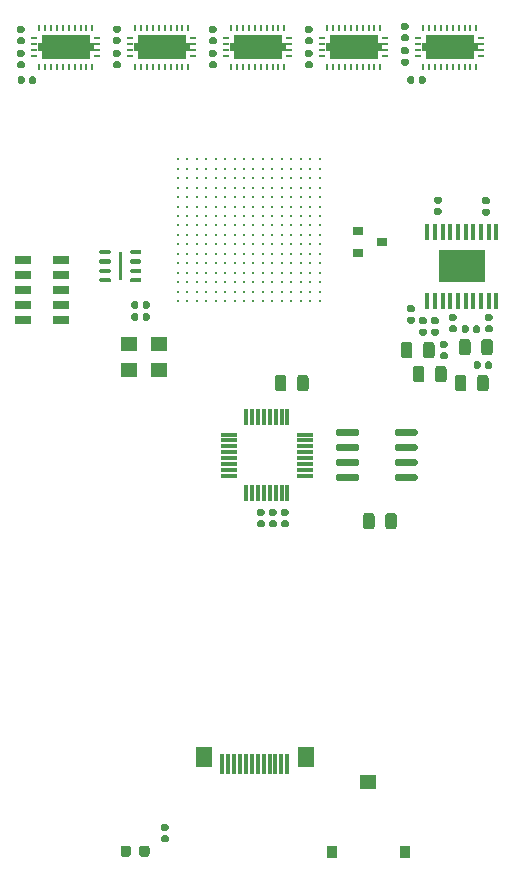
<source format=gbr>
%TF.GenerationSoftware,KiCad,Pcbnew,5.1.6*%
%TF.CreationDate,2021-05-06T17:12:19+02:00*%
%TF.ProjectId,nhci,6e686369-2e6b-4696-9361-645f70636258,rev?*%
%TF.SameCoordinates,Original*%
%TF.FileFunction,Paste,Top*%
%TF.FilePolarity,Positive*%
%FSLAX46Y46*%
G04 Gerber Fmt 4.6, Leading zero omitted, Abs format (unit mm)*
G04 Created by KiCad (PCBNEW 5.1.6) date 2021-05-06 17:12:19*
%MOMM*%
%LPD*%
G01*
G04 APERTURE LIST*
%ADD10R,0.900000X0.800000*%
%ADD11R,1.400000X1.700000*%
%ADD12R,0.300000X1.700000*%
%ADD13R,1.470000X0.740000*%
%ADD14R,3.860000X2.740000*%
%ADD15R,0.450000X1.450000*%
%ADD16R,1.400000X1.200000*%
%ADD17R,1.475000X0.300000*%
%ADD18R,0.300000X1.475000*%
%ADD19R,0.900000X1.000000*%
%ADD20C,0.320000*%
%ADD21R,0.325000X0.750000*%
%ADD22R,0.600000X0.200000*%
%ADD23R,4.050000X2.050000*%
%ADD24R,0.600000X0.240000*%
%ADD25R,0.240000X0.600000*%
G04 APERTURE END LIST*
D10*
%TO.C,D1*%
X76565000Y-125476000D03*
X74565000Y-126426000D03*
X74565000Y-124526000D03*
%TD*%
%TO.C,R24*%
G36*
G01*
X46292000Y-111587500D02*
X46292000Y-111932500D01*
G75*
G02*
X46144500Y-112080000I-147500J0D01*
G01*
X45849500Y-112080000D01*
G75*
G02*
X45702000Y-111932500I0J147500D01*
G01*
X45702000Y-111587500D01*
G75*
G02*
X45849500Y-111440000I147500J0D01*
G01*
X46144500Y-111440000D01*
G75*
G02*
X46292000Y-111587500I0J-147500D01*
G01*
G37*
G36*
G01*
X47262000Y-111587500D02*
X47262000Y-111932500D01*
G75*
G02*
X47114500Y-112080000I-147500J0D01*
G01*
X46819500Y-112080000D01*
G75*
G02*
X46672000Y-111932500I0J147500D01*
G01*
X46672000Y-111587500D01*
G75*
G02*
X46819500Y-111440000I147500J0D01*
G01*
X47114500Y-111440000D01*
G75*
G02*
X47262000Y-111587500I0J-147500D01*
G01*
G37*
%TD*%
D11*
%TO.C,U1*%
X61466000Y-169082000D03*
X70106000Y-169082000D03*
D12*
X63036000Y-169632000D03*
X63536000Y-169632000D03*
X64036000Y-169632000D03*
X64536000Y-169632000D03*
X65036000Y-169632000D03*
X65536000Y-169632000D03*
X68536000Y-169632000D03*
X68036000Y-169632000D03*
X67536000Y-169632000D03*
X67036000Y-169632000D03*
X66536000Y-169632000D03*
X66036000Y-169632000D03*
%TD*%
%TO.C,D2*%
G36*
G01*
X56001500Y-177294250D02*
X56001500Y-176781750D01*
G75*
G02*
X56220250Y-176563000I218750J0D01*
G01*
X56657750Y-176563000D01*
G75*
G02*
X56876500Y-176781750I0J-218750D01*
G01*
X56876500Y-177294250D01*
G75*
G02*
X56657750Y-177513000I-218750J0D01*
G01*
X56220250Y-177513000D01*
G75*
G02*
X56001500Y-177294250I0J218750D01*
G01*
G37*
G36*
G01*
X54426500Y-177294250D02*
X54426500Y-176781750D01*
G75*
G02*
X54645250Y-176563000I218750J0D01*
G01*
X55082750Y-176563000D01*
G75*
G02*
X55301500Y-176781750I0J-218750D01*
G01*
X55301500Y-177294250D01*
G75*
G02*
X55082750Y-177513000I-218750J0D01*
G01*
X54645250Y-177513000D01*
G75*
G02*
X54426500Y-177294250I0J218750D01*
G01*
G37*
%TD*%
%TO.C,R23*%
G36*
G01*
X57993500Y-175704000D02*
X58338500Y-175704000D01*
G75*
G02*
X58486000Y-175851500I0J-147500D01*
G01*
X58486000Y-176146500D01*
G75*
G02*
X58338500Y-176294000I-147500J0D01*
G01*
X57993500Y-176294000D01*
G75*
G02*
X57846000Y-176146500I0J147500D01*
G01*
X57846000Y-175851500D01*
G75*
G02*
X57993500Y-175704000I147500J0D01*
G01*
G37*
G36*
G01*
X57993500Y-174734000D02*
X58338500Y-174734000D01*
G75*
G02*
X58486000Y-174881500I0J-147500D01*
G01*
X58486000Y-175176500D01*
G75*
G02*
X58338500Y-175324000I-147500J0D01*
G01*
X57993500Y-175324000D01*
G75*
G02*
X57846000Y-175176500I0J147500D01*
G01*
X57846000Y-174881500D01*
G75*
G02*
X57993500Y-174734000I147500J0D01*
G01*
G37*
%TD*%
%TO.C,R22*%
G36*
G01*
X56301000Y-131998500D02*
X56301000Y-131653500D01*
G75*
G02*
X56448500Y-131506000I147500J0D01*
G01*
X56743500Y-131506000D01*
G75*
G02*
X56891000Y-131653500I0J-147500D01*
G01*
X56891000Y-131998500D01*
G75*
G02*
X56743500Y-132146000I-147500J0D01*
G01*
X56448500Y-132146000D01*
G75*
G02*
X56301000Y-131998500I0J147500D01*
G01*
G37*
G36*
G01*
X55331000Y-131998500D02*
X55331000Y-131653500D01*
G75*
G02*
X55478500Y-131506000I147500J0D01*
G01*
X55773500Y-131506000D01*
G75*
G02*
X55921000Y-131653500I0J-147500D01*
G01*
X55921000Y-131998500D01*
G75*
G02*
X55773500Y-132146000I-147500J0D01*
G01*
X55478500Y-132146000D01*
G75*
G02*
X55331000Y-131998500I0J147500D01*
G01*
G37*
%TD*%
%TO.C,R21*%
G36*
G01*
X56301000Y-130982500D02*
X56301000Y-130637500D01*
G75*
G02*
X56448500Y-130490000I147500J0D01*
G01*
X56743500Y-130490000D01*
G75*
G02*
X56891000Y-130637500I0J-147500D01*
G01*
X56891000Y-130982500D01*
G75*
G02*
X56743500Y-131130000I-147500J0D01*
G01*
X56448500Y-131130000D01*
G75*
G02*
X56301000Y-130982500I0J147500D01*
G01*
G37*
G36*
G01*
X55331000Y-130982500D02*
X55331000Y-130637500D01*
G75*
G02*
X55478500Y-130490000I147500J0D01*
G01*
X55773500Y-130490000D01*
G75*
G02*
X55921000Y-130637500I0J-147500D01*
G01*
X55921000Y-130982500D01*
G75*
G02*
X55773500Y-131130000I-147500J0D01*
G01*
X55478500Y-131130000D01*
G75*
G02*
X55331000Y-130982500I0J147500D01*
G01*
G37*
%TD*%
D13*
%TO.C,J1*%
X46137000Y-132080000D03*
X49367000Y-132080000D03*
X46137000Y-130810000D03*
X49367000Y-130810000D03*
X46137000Y-129540000D03*
X49367000Y-129540000D03*
X46137000Y-128270000D03*
X49367000Y-128270000D03*
X46137000Y-127000000D03*
X49367000Y-127000000D03*
%TD*%
%TO.C,U4*%
G36*
G01*
X77620000Y-141727000D02*
X77620000Y-141427000D01*
G75*
G02*
X77770000Y-141277000I150000J0D01*
G01*
X79420000Y-141277000D01*
G75*
G02*
X79570000Y-141427000I0J-150000D01*
G01*
X79570000Y-141727000D01*
G75*
G02*
X79420000Y-141877000I-150000J0D01*
G01*
X77770000Y-141877000D01*
G75*
G02*
X77620000Y-141727000I0J150000D01*
G01*
G37*
G36*
G01*
X77620000Y-142997000D02*
X77620000Y-142697000D01*
G75*
G02*
X77770000Y-142547000I150000J0D01*
G01*
X79420000Y-142547000D01*
G75*
G02*
X79570000Y-142697000I0J-150000D01*
G01*
X79570000Y-142997000D01*
G75*
G02*
X79420000Y-143147000I-150000J0D01*
G01*
X77770000Y-143147000D01*
G75*
G02*
X77620000Y-142997000I0J150000D01*
G01*
G37*
G36*
G01*
X77620000Y-144267000D02*
X77620000Y-143967000D01*
G75*
G02*
X77770000Y-143817000I150000J0D01*
G01*
X79420000Y-143817000D01*
G75*
G02*
X79570000Y-143967000I0J-150000D01*
G01*
X79570000Y-144267000D01*
G75*
G02*
X79420000Y-144417000I-150000J0D01*
G01*
X77770000Y-144417000D01*
G75*
G02*
X77620000Y-144267000I0J150000D01*
G01*
G37*
G36*
G01*
X77620000Y-145537000D02*
X77620000Y-145237000D01*
G75*
G02*
X77770000Y-145087000I150000J0D01*
G01*
X79420000Y-145087000D01*
G75*
G02*
X79570000Y-145237000I0J-150000D01*
G01*
X79570000Y-145537000D01*
G75*
G02*
X79420000Y-145687000I-150000J0D01*
G01*
X77770000Y-145687000D01*
G75*
G02*
X77620000Y-145537000I0J150000D01*
G01*
G37*
G36*
G01*
X72670000Y-145537000D02*
X72670000Y-145237000D01*
G75*
G02*
X72820000Y-145087000I150000J0D01*
G01*
X74470000Y-145087000D01*
G75*
G02*
X74620000Y-145237000I0J-150000D01*
G01*
X74620000Y-145537000D01*
G75*
G02*
X74470000Y-145687000I-150000J0D01*
G01*
X72820000Y-145687000D01*
G75*
G02*
X72670000Y-145537000I0J150000D01*
G01*
G37*
G36*
G01*
X72670000Y-144267000D02*
X72670000Y-143967000D01*
G75*
G02*
X72820000Y-143817000I150000J0D01*
G01*
X74470000Y-143817000D01*
G75*
G02*
X74620000Y-143967000I0J-150000D01*
G01*
X74620000Y-144267000D01*
G75*
G02*
X74470000Y-144417000I-150000J0D01*
G01*
X72820000Y-144417000D01*
G75*
G02*
X72670000Y-144267000I0J150000D01*
G01*
G37*
G36*
G01*
X72670000Y-142997000D02*
X72670000Y-142697000D01*
G75*
G02*
X72820000Y-142547000I150000J0D01*
G01*
X74470000Y-142547000D01*
G75*
G02*
X74620000Y-142697000I0J-150000D01*
G01*
X74620000Y-142997000D01*
G75*
G02*
X74470000Y-143147000I-150000J0D01*
G01*
X72820000Y-143147000D01*
G75*
G02*
X72670000Y-142997000I0J150000D01*
G01*
G37*
G36*
G01*
X72670000Y-141727000D02*
X72670000Y-141427000D01*
G75*
G02*
X72820000Y-141277000I150000J0D01*
G01*
X74470000Y-141277000D01*
G75*
G02*
X74620000Y-141427000I0J-150000D01*
G01*
X74620000Y-141727000D01*
G75*
G02*
X74470000Y-141877000I-150000J0D01*
G01*
X72820000Y-141877000D01*
G75*
G02*
X72670000Y-141727000I0J150000D01*
G01*
G37*
%TD*%
%TO.C,R20*%
G36*
G01*
X66466500Y-148654000D02*
X66121500Y-148654000D01*
G75*
G02*
X65974000Y-148506500I0J147500D01*
G01*
X65974000Y-148211500D01*
G75*
G02*
X66121500Y-148064000I147500J0D01*
G01*
X66466500Y-148064000D01*
G75*
G02*
X66614000Y-148211500I0J-147500D01*
G01*
X66614000Y-148506500D01*
G75*
G02*
X66466500Y-148654000I-147500J0D01*
G01*
G37*
G36*
G01*
X66466500Y-149624000D02*
X66121500Y-149624000D01*
G75*
G02*
X65974000Y-149476500I0J147500D01*
G01*
X65974000Y-149181500D01*
G75*
G02*
X66121500Y-149034000I147500J0D01*
G01*
X66466500Y-149034000D01*
G75*
G02*
X66614000Y-149181500I0J-147500D01*
G01*
X66614000Y-149476500D01*
G75*
G02*
X66466500Y-149624000I-147500J0D01*
G01*
G37*
%TD*%
%TO.C,R19*%
G36*
G01*
X67482500Y-148654000D02*
X67137500Y-148654000D01*
G75*
G02*
X66990000Y-148506500I0J147500D01*
G01*
X66990000Y-148211500D01*
G75*
G02*
X67137500Y-148064000I147500J0D01*
G01*
X67482500Y-148064000D01*
G75*
G02*
X67630000Y-148211500I0J-147500D01*
G01*
X67630000Y-148506500D01*
G75*
G02*
X67482500Y-148654000I-147500J0D01*
G01*
G37*
G36*
G01*
X67482500Y-149624000D02*
X67137500Y-149624000D01*
G75*
G02*
X66990000Y-149476500I0J147500D01*
G01*
X66990000Y-149181500D01*
G75*
G02*
X67137500Y-149034000I147500J0D01*
G01*
X67482500Y-149034000D01*
G75*
G02*
X67630000Y-149181500I0J-147500D01*
G01*
X67630000Y-149476500D01*
G75*
G02*
X67482500Y-149624000I-147500J0D01*
G01*
G37*
%TD*%
%TO.C,C29*%
G36*
G01*
X76825500Y-149554250D02*
X76825500Y-148641750D01*
G75*
G02*
X77069250Y-148398000I243750J0D01*
G01*
X77556750Y-148398000D01*
G75*
G02*
X77800500Y-148641750I0J-243750D01*
G01*
X77800500Y-149554250D01*
G75*
G02*
X77556750Y-149798000I-243750J0D01*
G01*
X77069250Y-149798000D01*
G75*
G02*
X76825500Y-149554250I0J243750D01*
G01*
G37*
G36*
G01*
X74950500Y-149554250D02*
X74950500Y-148641750D01*
G75*
G02*
X75194250Y-148398000I243750J0D01*
G01*
X75681750Y-148398000D01*
G75*
G02*
X75925500Y-148641750I0J-243750D01*
G01*
X75925500Y-149554250D01*
G75*
G02*
X75681750Y-149798000I-243750J0D01*
G01*
X75194250Y-149798000D01*
G75*
G02*
X74950500Y-149554250I0J243750D01*
G01*
G37*
%TD*%
%TO.C,C28*%
G36*
G01*
X68153500Y-149034000D02*
X68498500Y-149034000D01*
G75*
G02*
X68646000Y-149181500I0J-147500D01*
G01*
X68646000Y-149476500D01*
G75*
G02*
X68498500Y-149624000I-147500J0D01*
G01*
X68153500Y-149624000D01*
G75*
G02*
X68006000Y-149476500I0J147500D01*
G01*
X68006000Y-149181500D01*
G75*
G02*
X68153500Y-149034000I147500J0D01*
G01*
G37*
G36*
G01*
X68153500Y-148064000D02*
X68498500Y-148064000D01*
G75*
G02*
X68646000Y-148211500I0J-147500D01*
G01*
X68646000Y-148506500D01*
G75*
G02*
X68498500Y-148654000I-147500J0D01*
G01*
X68153500Y-148654000D01*
G75*
G02*
X68006000Y-148506500I0J147500D01*
G01*
X68006000Y-148211500D01*
G75*
G02*
X68153500Y-148064000I147500J0D01*
G01*
G37*
%TD*%
%TO.C,C27*%
G36*
G01*
X68462500Y-136957750D02*
X68462500Y-137870250D01*
G75*
G02*
X68218750Y-138114000I-243750J0D01*
G01*
X67731250Y-138114000D01*
G75*
G02*
X67487500Y-137870250I0J243750D01*
G01*
X67487500Y-136957750D01*
G75*
G02*
X67731250Y-136714000I243750J0D01*
G01*
X68218750Y-136714000D01*
G75*
G02*
X68462500Y-136957750I0J-243750D01*
G01*
G37*
G36*
G01*
X70337500Y-136957750D02*
X70337500Y-137870250D01*
G75*
G02*
X70093750Y-138114000I-243750J0D01*
G01*
X69606250Y-138114000D01*
G75*
G02*
X69362500Y-137870250I0J243750D01*
G01*
X69362500Y-136957750D01*
G75*
G02*
X69606250Y-136714000I243750J0D01*
G01*
X70093750Y-136714000D01*
G75*
G02*
X70337500Y-136957750I0J-243750D01*
G01*
G37*
%TD*%
%TO.C,R18*%
G36*
G01*
X85171500Y-122641000D02*
X85516500Y-122641000D01*
G75*
G02*
X85664000Y-122788500I0J-147500D01*
G01*
X85664000Y-123083500D01*
G75*
G02*
X85516500Y-123231000I-147500J0D01*
G01*
X85171500Y-123231000D01*
G75*
G02*
X85024000Y-123083500I0J147500D01*
G01*
X85024000Y-122788500D01*
G75*
G02*
X85171500Y-122641000I147500J0D01*
G01*
G37*
G36*
G01*
X85171500Y-121671000D02*
X85516500Y-121671000D01*
G75*
G02*
X85664000Y-121818500I0J-147500D01*
G01*
X85664000Y-122113500D01*
G75*
G02*
X85516500Y-122261000I-147500J0D01*
G01*
X85171500Y-122261000D01*
G75*
G02*
X85024000Y-122113500I0J147500D01*
G01*
X85024000Y-121818500D01*
G75*
G02*
X85171500Y-121671000I147500J0D01*
G01*
G37*
%TD*%
%TO.C,R17*%
G36*
G01*
X81107500Y-122595000D02*
X81452500Y-122595000D01*
G75*
G02*
X81600000Y-122742500I0J-147500D01*
G01*
X81600000Y-123037500D01*
G75*
G02*
X81452500Y-123185000I-147500J0D01*
G01*
X81107500Y-123185000D01*
G75*
G02*
X80960000Y-123037500I0J147500D01*
G01*
X80960000Y-122742500D01*
G75*
G02*
X81107500Y-122595000I147500J0D01*
G01*
G37*
G36*
G01*
X81107500Y-121625000D02*
X81452500Y-121625000D01*
G75*
G02*
X81600000Y-121772500I0J-147500D01*
G01*
X81600000Y-122067500D01*
G75*
G02*
X81452500Y-122215000I-147500J0D01*
G01*
X81107500Y-122215000D01*
G75*
G02*
X80960000Y-122067500I0J147500D01*
G01*
X80960000Y-121772500D01*
G75*
G02*
X81107500Y-121625000I147500J0D01*
G01*
G37*
%TD*%
%TO.C,R16*%
G36*
G01*
X78821500Y-131785000D02*
X79166500Y-131785000D01*
G75*
G02*
X79314000Y-131932500I0J-147500D01*
G01*
X79314000Y-132227500D01*
G75*
G02*
X79166500Y-132375000I-147500J0D01*
G01*
X78821500Y-132375000D01*
G75*
G02*
X78674000Y-132227500I0J147500D01*
G01*
X78674000Y-131932500D01*
G75*
G02*
X78821500Y-131785000I147500J0D01*
G01*
G37*
G36*
G01*
X78821500Y-130815000D02*
X79166500Y-130815000D01*
G75*
G02*
X79314000Y-130962500I0J-147500D01*
G01*
X79314000Y-131257500D01*
G75*
G02*
X79166500Y-131405000I-147500J0D01*
G01*
X78821500Y-131405000D01*
G75*
G02*
X78674000Y-131257500I0J147500D01*
G01*
X78674000Y-130962500D01*
G75*
G02*
X78821500Y-130815000I147500J0D01*
G01*
G37*
%TD*%
%TO.C,R15*%
G36*
G01*
X79837500Y-132801000D02*
X80182500Y-132801000D01*
G75*
G02*
X80330000Y-132948500I0J-147500D01*
G01*
X80330000Y-133243500D01*
G75*
G02*
X80182500Y-133391000I-147500J0D01*
G01*
X79837500Y-133391000D01*
G75*
G02*
X79690000Y-133243500I0J147500D01*
G01*
X79690000Y-132948500D01*
G75*
G02*
X79837500Y-132801000I147500J0D01*
G01*
G37*
G36*
G01*
X79837500Y-131831000D02*
X80182500Y-131831000D01*
G75*
G02*
X80330000Y-131978500I0J-147500D01*
G01*
X80330000Y-132273500D01*
G75*
G02*
X80182500Y-132421000I-147500J0D01*
G01*
X79837500Y-132421000D01*
G75*
G02*
X79690000Y-132273500I0J147500D01*
G01*
X79690000Y-131978500D01*
G75*
G02*
X79837500Y-131831000I147500J0D01*
G01*
G37*
%TD*%
%TO.C,R14*%
G36*
G01*
X82377500Y-132524000D02*
X82722500Y-132524000D01*
G75*
G02*
X82870000Y-132671500I0J-147500D01*
G01*
X82870000Y-132966500D01*
G75*
G02*
X82722500Y-133114000I-147500J0D01*
G01*
X82377500Y-133114000D01*
G75*
G02*
X82230000Y-132966500I0J147500D01*
G01*
X82230000Y-132671500D01*
G75*
G02*
X82377500Y-132524000I147500J0D01*
G01*
G37*
G36*
G01*
X82377500Y-131554000D02*
X82722500Y-131554000D01*
G75*
G02*
X82870000Y-131701500I0J-147500D01*
G01*
X82870000Y-131996500D01*
G75*
G02*
X82722500Y-132144000I-147500J0D01*
G01*
X82377500Y-132144000D01*
G75*
G02*
X82230000Y-131996500I0J147500D01*
G01*
X82230000Y-131701500D01*
G75*
G02*
X82377500Y-131554000I147500J0D01*
G01*
G37*
%TD*%
%TO.C,R13*%
G36*
G01*
X84264000Y-133014500D02*
X84264000Y-132669500D01*
G75*
G02*
X84411500Y-132522000I147500J0D01*
G01*
X84706500Y-132522000D01*
G75*
G02*
X84854000Y-132669500I0J-147500D01*
G01*
X84854000Y-133014500D01*
G75*
G02*
X84706500Y-133162000I-147500J0D01*
G01*
X84411500Y-133162000D01*
G75*
G02*
X84264000Y-133014500I0J147500D01*
G01*
G37*
G36*
G01*
X83294000Y-133014500D02*
X83294000Y-132669500D01*
G75*
G02*
X83441500Y-132522000I147500J0D01*
G01*
X83736500Y-132522000D01*
G75*
G02*
X83884000Y-132669500I0J-147500D01*
G01*
X83884000Y-133014500D01*
G75*
G02*
X83736500Y-133162000I-147500J0D01*
G01*
X83441500Y-133162000D01*
G75*
G02*
X83294000Y-133014500I0J147500D01*
G01*
G37*
%TD*%
%TO.C,R12*%
G36*
G01*
X84900000Y-135717500D02*
X84900000Y-136062500D01*
G75*
G02*
X84752500Y-136210000I-147500J0D01*
G01*
X84457500Y-136210000D01*
G75*
G02*
X84310000Y-136062500I0J147500D01*
G01*
X84310000Y-135717500D01*
G75*
G02*
X84457500Y-135570000I147500J0D01*
G01*
X84752500Y-135570000D01*
G75*
G02*
X84900000Y-135717500I0J-147500D01*
G01*
G37*
G36*
G01*
X85870000Y-135717500D02*
X85870000Y-136062500D01*
G75*
G02*
X85722500Y-136210000I-147500J0D01*
G01*
X85427500Y-136210000D01*
G75*
G02*
X85280000Y-136062500I0J147500D01*
G01*
X85280000Y-135717500D01*
G75*
G02*
X85427500Y-135570000I147500J0D01*
G01*
X85722500Y-135570000D01*
G75*
G02*
X85870000Y-135717500I0J-147500D01*
G01*
G37*
%TD*%
%TO.C,R11*%
G36*
G01*
X81615500Y-134810000D02*
X81960500Y-134810000D01*
G75*
G02*
X82108000Y-134957500I0J-147500D01*
G01*
X82108000Y-135252500D01*
G75*
G02*
X81960500Y-135400000I-147500J0D01*
G01*
X81615500Y-135400000D01*
G75*
G02*
X81468000Y-135252500I0J147500D01*
G01*
X81468000Y-134957500D01*
G75*
G02*
X81615500Y-134810000I147500J0D01*
G01*
G37*
G36*
G01*
X81615500Y-133840000D02*
X81960500Y-133840000D01*
G75*
G02*
X82108000Y-133987500I0J-147500D01*
G01*
X82108000Y-134282500D01*
G75*
G02*
X81960500Y-134430000I-147500J0D01*
G01*
X81615500Y-134430000D01*
G75*
G02*
X81468000Y-134282500I0J147500D01*
G01*
X81468000Y-133987500D01*
G75*
G02*
X81615500Y-133840000I147500J0D01*
G01*
G37*
%TD*%
D14*
%TO.C,IC7*%
X83312000Y-127508000D03*
D15*
X80387000Y-124583000D03*
X81037000Y-124583000D03*
X81687000Y-124583000D03*
X82337000Y-124583000D03*
X82987000Y-124583000D03*
X83637000Y-124583000D03*
X84287000Y-124583000D03*
X84937000Y-124583000D03*
X85587000Y-124583000D03*
X86237000Y-124583000D03*
X86237000Y-130433000D03*
X85587000Y-130433000D03*
X84937000Y-130433000D03*
X84287000Y-130433000D03*
X83637000Y-130433000D03*
X82987000Y-130433000D03*
X82337000Y-130433000D03*
X81687000Y-130433000D03*
X81037000Y-130433000D03*
X80387000Y-130433000D03*
%TD*%
%TO.C,C26*%
G36*
G01*
X85425500Y-132524000D02*
X85770500Y-132524000D01*
G75*
G02*
X85918000Y-132671500I0J-147500D01*
G01*
X85918000Y-132966500D01*
G75*
G02*
X85770500Y-133114000I-147500J0D01*
G01*
X85425500Y-133114000D01*
G75*
G02*
X85278000Y-132966500I0J147500D01*
G01*
X85278000Y-132671500D01*
G75*
G02*
X85425500Y-132524000I147500J0D01*
G01*
G37*
G36*
G01*
X85425500Y-131554000D02*
X85770500Y-131554000D01*
G75*
G02*
X85918000Y-131701500I0J-147500D01*
G01*
X85918000Y-131996500D01*
G75*
G02*
X85770500Y-132144000I-147500J0D01*
G01*
X85425500Y-132144000D01*
G75*
G02*
X85278000Y-131996500I0J147500D01*
G01*
X85278000Y-131701500D01*
G75*
G02*
X85425500Y-131554000I147500J0D01*
G01*
G37*
%TD*%
%TO.C,C25*%
G36*
G01*
X80853500Y-132801000D02*
X81198500Y-132801000D01*
G75*
G02*
X81346000Y-132948500I0J-147500D01*
G01*
X81346000Y-133243500D01*
G75*
G02*
X81198500Y-133391000I-147500J0D01*
G01*
X80853500Y-133391000D01*
G75*
G02*
X80706000Y-133243500I0J147500D01*
G01*
X80706000Y-132948500D01*
G75*
G02*
X80853500Y-132801000I147500J0D01*
G01*
G37*
G36*
G01*
X80853500Y-131831000D02*
X81198500Y-131831000D01*
G75*
G02*
X81346000Y-131978500I0J-147500D01*
G01*
X81346000Y-132273500D01*
G75*
G02*
X81198500Y-132421000I-147500J0D01*
G01*
X80853500Y-132421000D01*
G75*
G02*
X80706000Y-132273500I0J147500D01*
G01*
X80706000Y-131978500D01*
G75*
G02*
X80853500Y-131831000I147500J0D01*
G01*
G37*
%TD*%
%TO.C,C24*%
G36*
G01*
X84953500Y-134822250D02*
X84953500Y-133909750D01*
G75*
G02*
X85197250Y-133666000I243750J0D01*
G01*
X85684750Y-133666000D01*
G75*
G02*
X85928500Y-133909750I0J-243750D01*
G01*
X85928500Y-134822250D01*
G75*
G02*
X85684750Y-135066000I-243750J0D01*
G01*
X85197250Y-135066000D01*
G75*
G02*
X84953500Y-134822250I0J243750D01*
G01*
G37*
G36*
G01*
X83078500Y-134822250D02*
X83078500Y-133909750D01*
G75*
G02*
X83322250Y-133666000I243750J0D01*
G01*
X83809750Y-133666000D01*
G75*
G02*
X84053500Y-133909750I0J-243750D01*
G01*
X84053500Y-134822250D01*
G75*
G02*
X83809750Y-135066000I-243750J0D01*
G01*
X83322250Y-135066000D01*
G75*
G02*
X83078500Y-134822250I0J243750D01*
G01*
G37*
%TD*%
%TO.C,C23*%
G36*
G01*
X80030500Y-135076250D02*
X80030500Y-134163750D01*
G75*
G02*
X80274250Y-133920000I243750J0D01*
G01*
X80761750Y-133920000D01*
G75*
G02*
X81005500Y-134163750I0J-243750D01*
G01*
X81005500Y-135076250D01*
G75*
G02*
X80761750Y-135320000I-243750J0D01*
G01*
X80274250Y-135320000D01*
G75*
G02*
X80030500Y-135076250I0J243750D01*
G01*
G37*
G36*
G01*
X78155500Y-135076250D02*
X78155500Y-134163750D01*
G75*
G02*
X78399250Y-133920000I243750J0D01*
G01*
X78886750Y-133920000D01*
G75*
G02*
X79130500Y-134163750I0J-243750D01*
G01*
X79130500Y-135076250D01*
G75*
G02*
X78886750Y-135320000I-243750J0D01*
G01*
X78399250Y-135320000D01*
G75*
G02*
X78155500Y-135076250I0J243750D01*
G01*
G37*
%TD*%
%TO.C,C22*%
G36*
G01*
X84602500Y-137870250D02*
X84602500Y-136957750D01*
G75*
G02*
X84846250Y-136714000I243750J0D01*
G01*
X85333750Y-136714000D01*
G75*
G02*
X85577500Y-136957750I0J-243750D01*
G01*
X85577500Y-137870250D01*
G75*
G02*
X85333750Y-138114000I-243750J0D01*
G01*
X84846250Y-138114000D01*
G75*
G02*
X84602500Y-137870250I0J243750D01*
G01*
G37*
G36*
G01*
X82727500Y-137870250D02*
X82727500Y-136957750D01*
G75*
G02*
X82971250Y-136714000I243750J0D01*
G01*
X83458750Y-136714000D01*
G75*
G02*
X83702500Y-136957750I0J-243750D01*
G01*
X83702500Y-137870250D01*
G75*
G02*
X83458750Y-138114000I-243750J0D01*
G01*
X82971250Y-138114000D01*
G75*
G02*
X82727500Y-137870250I0J243750D01*
G01*
G37*
%TD*%
%TO.C,C21*%
G36*
G01*
X81046500Y-137108250D02*
X81046500Y-136195750D01*
G75*
G02*
X81290250Y-135952000I243750J0D01*
G01*
X81777750Y-135952000D01*
G75*
G02*
X82021500Y-136195750I0J-243750D01*
G01*
X82021500Y-137108250D01*
G75*
G02*
X81777750Y-137352000I-243750J0D01*
G01*
X81290250Y-137352000D01*
G75*
G02*
X81046500Y-137108250I0J243750D01*
G01*
G37*
G36*
G01*
X79171500Y-137108250D02*
X79171500Y-136195750D01*
G75*
G02*
X79415250Y-135952000I243750J0D01*
G01*
X79902750Y-135952000D01*
G75*
G02*
X80146500Y-136195750I0J-243750D01*
G01*
X80146500Y-137108250D01*
G75*
G02*
X79902750Y-137352000I-243750J0D01*
G01*
X79415250Y-137352000D01*
G75*
G02*
X79171500Y-137108250I0J243750D01*
G01*
G37*
%TD*%
%TO.C,R10*%
G36*
G01*
X79289000Y-111587500D02*
X79289000Y-111932500D01*
G75*
G02*
X79141500Y-112080000I-147500J0D01*
G01*
X78846500Y-112080000D01*
G75*
G02*
X78699000Y-111932500I0J147500D01*
G01*
X78699000Y-111587500D01*
G75*
G02*
X78846500Y-111440000I147500J0D01*
G01*
X79141500Y-111440000D01*
G75*
G02*
X79289000Y-111587500I0J-147500D01*
G01*
G37*
G36*
G01*
X80259000Y-111587500D02*
X80259000Y-111932500D01*
G75*
G02*
X80111500Y-112080000I-147500J0D01*
G01*
X79816500Y-112080000D01*
G75*
G02*
X79669000Y-111932500I0J147500D01*
G01*
X79669000Y-111587500D01*
G75*
G02*
X79816500Y-111440000I147500J0D01*
G01*
X80111500Y-111440000D01*
G75*
G02*
X80259000Y-111587500I0J-147500D01*
G01*
G37*
%TD*%
D16*
%TO.C,Y1*%
X55118000Y-134112000D03*
X57658000Y-134112000D03*
X57658000Y-136312000D03*
X55118000Y-136312000D03*
%TD*%
D17*
%TO.C,IC6*%
X70040000Y-141760000D03*
X70040000Y-142260000D03*
X70040000Y-142760000D03*
X70040000Y-143260000D03*
X70040000Y-143760000D03*
X70040000Y-144260000D03*
X70040000Y-144760000D03*
X70040000Y-145260000D03*
D18*
X68552000Y-146748000D03*
X68052000Y-146748000D03*
X67552000Y-146748000D03*
X67052000Y-146748000D03*
X66552000Y-146748000D03*
X66052000Y-146748000D03*
X65552000Y-146748000D03*
X65052000Y-146748000D03*
D17*
X63564000Y-145260000D03*
X63564000Y-144760000D03*
X63564000Y-144260000D03*
X63564000Y-143760000D03*
X63564000Y-143260000D03*
X63564000Y-142760000D03*
X63564000Y-142260000D03*
X63564000Y-141760000D03*
D18*
X65052000Y-140272000D03*
X65552000Y-140272000D03*
X66052000Y-140272000D03*
X66552000Y-140272000D03*
X67052000Y-140272000D03*
X67552000Y-140272000D03*
X68052000Y-140272000D03*
X68552000Y-140272000D03*
%TD*%
D16*
%TO.C,SW1*%
X75386000Y-171196000D03*
D19*
X72286000Y-177096000D03*
X78486000Y-177096000D03*
%TD*%
%TO.C,U3*%
G36*
G01*
X54487000Y-128708000D02*
X54337000Y-128708000D01*
G75*
G02*
X54262000Y-128633000I0J75000D01*
G01*
X54262000Y-126383000D01*
G75*
G02*
X54337000Y-126308000I75000J0D01*
G01*
X54487000Y-126308000D01*
G75*
G02*
X54562000Y-126383000I0J-75000D01*
G01*
X54562000Y-128633000D01*
G75*
G02*
X54487000Y-128708000I-75000J0D01*
G01*
G37*
G36*
G01*
X53499500Y-128883000D02*
X52724500Y-128883000D01*
G75*
G02*
X52637000Y-128795500I0J87500D01*
G01*
X52637000Y-128620500D01*
G75*
G02*
X52724500Y-128533000I87500J0D01*
G01*
X53499500Y-128533000D01*
G75*
G02*
X53587000Y-128620500I0J-87500D01*
G01*
X53587000Y-128795500D01*
G75*
G02*
X53499500Y-128883000I-87500J0D01*
G01*
G37*
G36*
G01*
X53499500Y-128083000D02*
X52724500Y-128083000D01*
G75*
G02*
X52637000Y-127995500I0J87500D01*
G01*
X52637000Y-127820500D01*
G75*
G02*
X52724500Y-127733000I87500J0D01*
G01*
X53499500Y-127733000D01*
G75*
G02*
X53587000Y-127820500I0J-87500D01*
G01*
X53587000Y-127995500D01*
G75*
G02*
X53499500Y-128083000I-87500J0D01*
G01*
G37*
G36*
G01*
X53499500Y-127283000D02*
X52724500Y-127283000D01*
G75*
G02*
X52637000Y-127195500I0J87500D01*
G01*
X52637000Y-127020500D01*
G75*
G02*
X52724500Y-126933000I87500J0D01*
G01*
X53499500Y-126933000D01*
G75*
G02*
X53587000Y-127020500I0J-87500D01*
G01*
X53587000Y-127195500D01*
G75*
G02*
X53499500Y-127283000I-87500J0D01*
G01*
G37*
G36*
G01*
X53499500Y-126483000D02*
X52724500Y-126483000D01*
G75*
G02*
X52637000Y-126395500I0J87500D01*
G01*
X52637000Y-126220500D01*
G75*
G02*
X52724500Y-126133000I87500J0D01*
G01*
X53499500Y-126133000D01*
G75*
G02*
X53587000Y-126220500I0J-87500D01*
G01*
X53587000Y-126395500D01*
G75*
G02*
X53499500Y-126483000I-87500J0D01*
G01*
G37*
G36*
G01*
X56099500Y-126483000D02*
X55324500Y-126483000D01*
G75*
G02*
X55237000Y-126395500I0J87500D01*
G01*
X55237000Y-126220500D01*
G75*
G02*
X55324500Y-126133000I87500J0D01*
G01*
X56099500Y-126133000D01*
G75*
G02*
X56187000Y-126220500I0J-87500D01*
G01*
X56187000Y-126395500D01*
G75*
G02*
X56099500Y-126483000I-87500J0D01*
G01*
G37*
G36*
G01*
X56099500Y-127283000D02*
X55324500Y-127283000D01*
G75*
G02*
X55237000Y-127195500I0J87500D01*
G01*
X55237000Y-127020500D01*
G75*
G02*
X55324500Y-126933000I87500J0D01*
G01*
X56099500Y-126933000D01*
G75*
G02*
X56187000Y-127020500I0J-87500D01*
G01*
X56187000Y-127195500D01*
G75*
G02*
X56099500Y-127283000I-87500J0D01*
G01*
G37*
G36*
G01*
X56099500Y-128083000D02*
X55324500Y-128083000D01*
G75*
G02*
X55237000Y-127995500I0J87500D01*
G01*
X55237000Y-127820500D01*
G75*
G02*
X55324500Y-127733000I87500J0D01*
G01*
X56099500Y-127733000D01*
G75*
G02*
X56187000Y-127820500I0J-87500D01*
G01*
X56187000Y-127995500D01*
G75*
G02*
X56099500Y-128083000I-87500J0D01*
G01*
G37*
G36*
G01*
X56099500Y-128883000D02*
X55324500Y-128883000D01*
G75*
G02*
X55237000Y-128795500I0J87500D01*
G01*
X55237000Y-128620500D01*
G75*
G02*
X55324500Y-128533000I87500J0D01*
G01*
X56099500Y-128533000D01*
G75*
G02*
X56187000Y-128620500I0J-87500D01*
G01*
X56187000Y-128795500D01*
G75*
G02*
X56099500Y-128883000I-87500J0D01*
G01*
G37*
%TD*%
D20*
%TO.C,U2*%
X59278000Y-130460000D03*
X60078000Y-130460000D03*
X60878000Y-130460000D03*
X61678000Y-130460000D03*
X62478000Y-130460000D03*
X63278000Y-130460000D03*
X64078000Y-130460000D03*
X64878000Y-130460000D03*
X65678000Y-130460000D03*
X66478000Y-130460000D03*
X67278000Y-130460000D03*
X68078000Y-130460000D03*
X68878000Y-130460000D03*
X69678000Y-130460000D03*
X70478000Y-130460000D03*
X71278000Y-130460000D03*
X59278000Y-129660000D03*
X60078000Y-129660000D03*
X60878000Y-129660000D03*
X61678000Y-129660000D03*
X62478000Y-129660000D03*
X63278000Y-129660000D03*
X64078000Y-129660000D03*
X64878000Y-129660000D03*
X65678000Y-129660000D03*
X66478000Y-129660000D03*
X67278000Y-129660000D03*
X68078000Y-129660000D03*
X68878000Y-129660000D03*
X69678000Y-129660000D03*
X70478000Y-129660000D03*
X71278000Y-129660000D03*
X59278000Y-128860000D03*
X60078000Y-128860000D03*
X60878000Y-128860000D03*
X61678000Y-128860000D03*
X62478000Y-128860000D03*
X63278000Y-128860000D03*
X64078000Y-128860000D03*
X64878000Y-128860000D03*
X65678000Y-128860000D03*
X66478000Y-128860000D03*
X67278000Y-128860000D03*
X68078000Y-128860000D03*
X68878000Y-128860000D03*
X69678000Y-128860000D03*
X70478000Y-128860000D03*
X71278000Y-128860000D03*
X59278000Y-128060000D03*
X60078000Y-128060000D03*
X60878000Y-128060000D03*
X61678000Y-128060000D03*
X62478000Y-128060000D03*
X63278000Y-128060000D03*
X64078000Y-128060000D03*
X64878000Y-128060000D03*
X65678000Y-128060000D03*
X66478000Y-128060000D03*
X67278000Y-128060000D03*
X68078000Y-128060000D03*
X68878000Y-128060000D03*
X69678000Y-128060000D03*
X70478000Y-128060000D03*
X71278000Y-128060000D03*
X59278000Y-127260000D03*
X60078000Y-127260000D03*
X60878000Y-127260000D03*
X61678000Y-127260000D03*
X62478000Y-127260000D03*
X63278000Y-127260000D03*
X64078000Y-127260000D03*
X64878000Y-127260000D03*
X65678000Y-127260000D03*
X66478000Y-127260000D03*
X67278000Y-127260000D03*
X68078000Y-127260000D03*
X68878000Y-127260000D03*
X69678000Y-127260000D03*
X70478000Y-127260000D03*
X71278000Y-127260000D03*
X59278000Y-126460000D03*
X60078000Y-126460000D03*
X60878000Y-126460000D03*
X61678000Y-126460000D03*
X62478000Y-126460000D03*
X63278000Y-126460000D03*
X64078000Y-126460000D03*
X64878000Y-126460000D03*
X65678000Y-126460000D03*
X66478000Y-126460000D03*
X67278000Y-126460000D03*
X68078000Y-126460000D03*
X68878000Y-126460000D03*
X69678000Y-126460000D03*
X70478000Y-126460000D03*
X71278000Y-126460000D03*
X59278000Y-125660000D03*
X60078000Y-125660000D03*
X60878000Y-125660000D03*
X61678000Y-125660000D03*
X62478000Y-125660000D03*
X63278000Y-125660000D03*
X64078000Y-125660000D03*
X64878000Y-125660000D03*
X65678000Y-125660000D03*
X66478000Y-125660000D03*
X67278000Y-125660000D03*
X68078000Y-125660000D03*
X68878000Y-125660000D03*
X69678000Y-125660000D03*
X70478000Y-125660000D03*
X71278000Y-125660000D03*
X59278000Y-124860000D03*
X60078000Y-124860000D03*
X60878000Y-124860000D03*
X61678000Y-124860000D03*
X62478000Y-124860000D03*
X63278000Y-124860000D03*
X64078000Y-124860000D03*
X64878000Y-124860000D03*
X65678000Y-124860000D03*
X66478000Y-124860000D03*
X67278000Y-124860000D03*
X68078000Y-124860000D03*
X68878000Y-124860000D03*
X69678000Y-124860000D03*
X70478000Y-124860000D03*
X71278000Y-124860000D03*
X59278000Y-124060000D03*
X60078000Y-124060000D03*
X60878000Y-124060000D03*
X61678000Y-124060000D03*
X62478000Y-124060000D03*
X63278000Y-124060000D03*
X64078000Y-124060000D03*
X64878000Y-124060000D03*
X65678000Y-124060000D03*
X66478000Y-124060000D03*
X67278000Y-124060000D03*
X68078000Y-124060000D03*
X68878000Y-124060000D03*
X69678000Y-124060000D03*
X70478000Y-124060000D03*
X71278000Y-124060000D03*
X59278000Y-123260000D03*
X60078000Y-123260000D03*
X60878000Y-123260000D03*
X61678000Y-123260000D03*
X62478000Y-123260000D03*
X63278000Y-123260000D03*
X64078000Y-123260000D03*
X64878000Y-123260000D03*
X65678000Y-123260000D03*
X66478000Y-123260000D03*
X67278000Y-123260000D03*
X68078000Y-123260000D03*
X68878000Y-123260000D03*
X69678000Y-123260000D03*
X70478000Y-123260000D03*
X71278000Y-123260000D03*
X59278000Y-122460000D03*
X60078000Y-122460000D03*
X60878000Y-122460000D03*
X61678000Y-122460000D03*
X62478000Y-122460000D03*
X63278000Y-122460000D03*
X64078000Y-122460000D03*
X64878000Y-122460000D03*
X65678000Y-122460000D03*
X66478000Y-122460000D03*
X67278000Y-122460000D03*
X68078000Y-122460000D03*
X68878000Y-122460000D03*
X69678000Y-122460000D03*
X70478000Y-122460000D03*
X71278000Y-122460000D03*
X59278000Y-121660000D03*
X60078000Y-121660000D03*
X60878000Y-121660000D03*
X61678000Y-121660000D03*
X62478000Y-121660000D03*
X63278000Y-121660000D03*
X64078000Y-121660000D03*
X64878000Y-121660000D03*
X65678000Y-121660000D03*
X66478000Y-121660000D03*
X67278000Y-121660000D03*
X68078000Y-121660000D03*
X68878000Y-121660000D03*
X69678000Y-121660000D03*
X70478000Y-121660000D03*
X71278000Y-121660000D03*
X59278000Y-120860000D03*
X60078000Y-120860000D03*
X60878000Y-120860000D03*
X61678000Y-120860000D03*
X62478000Y-120860000D03*
X63278000Y-120860000D03*
X64078000Y-120860000D03*
X64878000Y-120860000D03*
X65678000Y-120860000D03*
X66478000Y-120860000D03*
X67278000Y-120860000D03*
X68078000Y-120860000D03*
X68878000Y-120860000D03*
X69678000Y-120860000D03*
X70478000Y-120860000D03*
X71278000Y-120860000D03*
X59278000Y-120060000D03*
X60078000Y-120060000D03*
X60878000Y-120060000D03*
X61678000Y-120060000D03*
X62478000Y-120060000D03*
X63278000Y-120060000D03*
X64078000Y-120060000D03*
X64878000Y-120060000D03*
X65678000Y-120060000D03*
X66478000Y-120060000D03*
X67278000Y-120060000D03*
X68078000Y-120060000D03*
X68878000Y-120060000D03*
X69678000Y-120060000D03*
X70478000Y-120060000D03*
X71278000Y-120060000D03*
X59278000Y-119260000D03*
X60078000Y-119260000D03*
X60878000Y-119260000D03*
X61678000Y-119260000D03*
X62478000Y-119260000D03*
X63278000Y-119260000D03*
X64078000Y-119260000D03*
X64878000Y-119260000D03*
X65678000Y-119260000D03*
X66478000Y-119260000D03*
X67278000Y-119260000D03*
X68078000Y-119260000D03*
X68878000Y-119260000D03*
X69678000Y-119260000D03*
X70478000Y-119260000D03*
X71278000Y-119260000D03*
X59278000Y-118460000D03*
X60078000Y-118460000D03*
X60878000Y-118460000D03*
X61678000Y-118460000D03*
X62478000Y-118460000D03*
X63278000Y-118460000D03*
X64078000Y-118460000D03*
X64878000Y-118460000D03*
X65678000Y-118460000D03*
X66478000Y-118460000D03*
X67278000Y-118460000D03*
X68078000Y-118460000D03*
X68878000Y-118460000D03*
X69678000Y-118460000D03*
X70478000Y-118460000D03*
X71278000Y-118460000D03*
%TD*%
%TO.C,C10*%
G36*
G01*
X46146500Y-109792000D02*
X45801500Y-109792000D01*
G75*
G02*
X45654000Y-109644500I0J147500D01*
G01*
X45654000Y-109349500D01*
G75*
G02*
X45801500Y-109202000I147500J0D01*
G01*
X46146500Y-109202000D01*
G75*
G02*
X46294000Y-109349500I0J-147500D01*
G01*
X46294000Y-109644500D01*
G75*
G02*
X46146500Y-109792000I-147500J0D01*
G01*
G37*
G36*
G01*
X46146500Y-110762000D02*
X45801500Y-110762000D01*
G75*
G02*
X45654000Y-110614500I0J147500D01*
G01*
X45654000Y-110319500D01*
G75*
G02*
X45801500Y-110172000I147500J0D01*
G01*
X46146500Y-110172000D01*
G75*
G02*
X46294000Y-110319500I0J-147500D01*
G01*
X46294000Y-110614500D01*
G75*
G02*
X46146500Y-110762000I-147500J0D01*
G01*
G37*
%TD*%
%TO.C,C9*%
G36*
G01*
X45801500Y-108140000D02*
X46146500Y-108140000D01*
G75*
G02*
X46294000Y-108287500I0J-147500D01*
G01*
X46294000Y-108582500D01*
G75*
G02*
X46146500Y-108730000I-147500J0D01*
G01*
X45801500Y-108730000D01*
G75*
G02*
X45654000Y-108582500I0J147500D01*
G01*
X45654000Y-108287500D01*
G75*
G02*
X45801500Y-108140000I147500J0D01*
G01*
G37*
G36*
G01*
X45801500Y-107170000D02*
X46146500Y-107170000D01*
G75*
G02*
X46294000Y-107317500I0J-147500D01*
G01*
X46294000Y-107612500D01*
G75*
G02*
X46146500Y-107760000I-147500J0D01*
G01*
X45801500Y-107760000D01*
G75*
G02*
X45654000Y-107612500I0J147500D01*
G01*
X45654000Y-107317500D01*
G75*
G02*
X45801500Y-107170000I147500J0D01*
G01*
G37*
%TD*%
%TO.C,C8*%
G36*
G01*
X54274500Y-109792000D02*
X53929500Y-109792000D01*
G75*
G02*
X53782000Y-109644500I0J147500D01*
G01*
X53782000Y-109349500D01*
G75*
G02*
X53929500Y-109202000I147500J0D01*
G01*
X54274500Y-109202000D01*
G75*
G02*
X54422000Y-109349500I0J-147500D01*
G01*
X54422000Y-109644500D01*
G75*
G02*
X54274500Y-109792000I-147500J0D01*
G01*
G37*
G36*
G01*
X54274500Y-110762000D02*
X53929500Y-110762000D01*
G75*
G02*
X53782000Y-110614500I0J147500D01*
G01*
X53782000Y-110319500D01*
G75*
G02*
X53929500Y-110172000I147500J0D01*
G01*
X54274500Y-110172000D01*
G75*
G02*
X54422000Y-110319500I0J-147500D01*
G01*
X54422000Y-110614500D01*
G75*
G02*
X54274500Y-110762000I-147500J0D01*
G01*
G37*
%TD*%
%TO.C,C7*%
G36*
G01*
X53929500Y-108117000D02*
X54274500Y-108117000D01*
G75*
G02*
X54422000Y-108264500I0J-147500D01*
G01*
X54422000Y-108559500D01*
G75*
G02*
X54274500Y-108707000I-147500J0D01*
G01*
X53929500Y-108707000D01*
G75*
G02*
X53782000Y-108559500I0J147500D01*
G01*
X53782000Y-108264500D01*
G75*
G02*
X53929500Y-108117000I147500J0D01*
G01*
G37*
G36*
G01*
X53929500Y-107147000D02*
X54274500Y-107147000D01*
G75*
G02*
X54422000Y-107294500I0J-147500D01*
G01*
X54422000Y-107589500D01*
G75*
G02*
X54274500Y-107737000I-147500J0D01*
G01*
X53929500Y-107737000D01*
G75*
G02*
X53782000Y-107589500I0J147500D01*
G01*
X53782000Y-107294500D01*
G75*
G02*
X53929500Y-107147000I147500J0D01*
G01*
G37*
%TD*%
%TO.C,C6*%
G36*
G01*
X62402500Y-109792000D02*
X62057500Y-109792000D01*
G75*
G02*
X61910000Y-109644500I0J147500D01*
G01*
X61910000Y-109349500D01*
G75*
G02*
X62057500Y-109202000I147500J0D01*
G01*
X62402500Y-109202000D01*
G75*
G02*
X62550000Y-109349500I0J-147500D01*
G01*
X62550000Y-109644500D01*
G75*
G02*
X62402500Y-109792000I-147500J0D01*
G01*
G37*
G36*
G01*
X62402500Y-110762000D02*
X62057500Y-110762000D01*
G75*
G02*
X61910000Y-110614500I0J147500D01*
G01*
X61910000Y-110319500D01*
G75*
G02*
X62057500Y-110172000I147500J0D01*
G01*
X62402500Y-110172000D01*
G75*
G02*
X62550000Y-110319500I0J-147500D01*
G01*
X62550000Y-110614500D01*
G75*
G02*
X62402500Y-110762000I-147500J0D01*
G01*
G37*
%TD*%
%TO.C,C5*%
G36*
G01*
X62057500Y-108140000D02*
X62402500Y-108140000D01*
G75*
G02*
X62550000Y-108287500I0J-147500D01*
G01*
X62550000Y-108582500D01*
G75*
G02*
X62402500Y-108730000I-147500J0D01*
G01*
X62057500Y-108730000D01*
G75*
G02*
X61910000Y-108582500I0J147500D01*
G01*
X61910000Y-108287500D01*
G75*
G02*
X62057500Y-108140000I147500J0D01*
G01*
G37*
G36*
G01*
X62057500Y-107170000D02*
X62402500Y-107170000D01*
G75*
G02*
X62550000Y-107317500I0J-147500D01*
G01*
X62550000Y-107612500D01*
G75*
G02*
X62402500Y-107760000I-147500J0D01*
G01*
X62057500Y-107760000D01*
G75*
G02*
X61910000Y-107612500I0J147500D01*
G01*
X61910000Y-107317500D01*
G75*
G02*
X62057500Y-107170000I147500J0D01*
G01*
G37*
%TD*%
%TO.C,C4*%
G36*
G01*
X70530500Y-109792000D02*
X70185500Y-109792000D01*
G75*
G02*
X70038000Y-109644500I0J147500D01*
G01*
X70038000Y-109349500D01*
G75*
G02*
X70185500Y-109202000I147500J0D01*
G01*
X70530500Y-109202000D01*
G75*
G02*
X70678000Y-109349500I0J-147500D01*
G01*
X70678000Y-109644500D01*
G75*
G02*
X70530500Y-109792000I-147500J0D01*
G01*
G37*
G36*
G01*
X70530500Y-110762000D02*
X70185500Y-110762000D01*
G75*
G02*
X70038000Y-110614500I0J147500D01*
G01*
X70038000Y-110319500D01*
G75*
G02*
X70185500Y-110172000I147500J0D01*
G01*
X70530500Y-110172000D01*
G75*
G02*
X70678000Y-110319500I0J-147500D01*
G01*
X70678000Y-110614500D01*
G75*
G02*
X70530500Y-110762000I-147500J0D01*
G01*
G37*
%TD*%
%TO.C,C3*%
G36*
G01*
X70185500Y-108140000D02*
X70530500Y-108140000D01*
G75*
G02*
X70678000Y-108287500I0J-147500D01*
G01*
X70678000Y-108582500D01*
G75*
G02*
X70530500Y-108730000I-147500J0D01*
G01*
X70185500Y-108730000D01*
G75*
G02*
X70038000Y-108582500I0J147500D01*
G01*
X70038000Y-108287500D01*
G75*
G02*
X70185500Y-108140000I147500J0D01*
G01*
G37*
G36*
G01*
X70185500Y-107170000D02*
X70530500Y-107170000D01*
G75*
G02*
X70678000Y-107317500I0J-147500D01*
G01*
X70678000Y-107612500D01*
G75*
G02*
X70530500Y-107760000I-147500J0D01*
G01*
X70185500Y-107760000D01*
G75*
G02*
X70038000Y-107612500I0J147500D01*
G01*
X70038000Y-107317500D01*
G75*
G02*
X70185500Y-107170000I147500J0D01*
G01*
G37*
%TD*%
%TO.C,C2*%
G36*
G01*
X78658500Y-109561000D02*
X78313500Y-109561000D01*
G75*
G02*
X78166000Y-109413500I0J147500D01*
G01*
X78166000Y-109118500D01*
G75*
G02*
X78313500Y-108971000I147500J0D01*
G01*
X78658500Y-108971000D01*
G75*
G02*
X78806000Y-109118500I0J-147500D01*
G01*
X78806000Y-109413500D01*
G75*
G02*
X78658500Y-109561000I-147500J0D01*
G01*
G37*
G36*
G01*
X78658500Y-110531000D02*
X78313500Y-110531000D01*
G75*
G02*
X78166000Y-110383500I0J147500D01*
G01*
X78166000Y-110088500D01*
G75*
G02*
X78313500Y-109941000I147500J0D01*
G01*
X78658500Y-109941000D01*
G75*
G02*
X78806000Y-110088500I0J-147500D01*
G01*
X78806000Y-110383500D01*
G75*
G02*
X78658500Y-110531000I-147500J0D01*
G01*
G37*
%TD*%
%TO.C,C1*%
G36*
G01*
X78313500Y-107886000D02*
X78658500Y-107886000D01*
G75*
G02*
X78806000Y-108033500I0J-147500D01*
G01*
X78806000Y-108328500D01*
G75*
G02*
X78658500Y-108476000I-147500J0D01*
G01*
X78313500Y-108476000D01*
G75*
G02*
X78166000Y-108328500I0J147500D01*
G01*
X78166000Y-108033500D01*
G75*
G02*
X78313500Y-107886000I147500J0D01*
G01*
G37*
G36*
G01*
X78313500Y-106916000D02*
X78658500Y-106916000D01*
G75*
G02*
X78806000Y-107063500I0J-147500D01*
G01*
X78806000Y-107358500D01*
G75*
G02*
X78658500Y-107506000I-147500J0D01*
G01*
X78313500Y-107506000D01*
G75*
G02*
X78166000Y-107358500I0J147500D01*
G01*
X78166000Y-107063500D01*
G75*
G02*
X78313500Y-106916000I147500J0D01*
G01*
G37*
%TD*%
D21*
%TO.C,IC5*%
X84484000Y-108966000D03*
X80108000Y-108966000D03*
D22*
X84946000Y-108691000D03*
X84946000Y-109241000D03*
X79646000Y-108691000D03*
X79646000Y-109241000D03*
D23*
X82296000Y-108966000D03*
D24*
X79646000Y-108216000D03*
D25*
X80046000Y-107316000D03*
X80546000Y-107316000D03*
X81046000Y-107316000D03*
X81546000Y-107316000D03*
X82046000Y-107316000D03*
X82546000Y-107316000D03*
X83046000Y-107316000D03*
X83546000Y-107316000D03*
X84046000Y-107316000D03*
X84546000Y-107316000D03*
D24*
X84946000Y-108216000D03*
X84946000Y-109716000D03*
D25*
X84546000Y-110616000D03*
X84046000Y-110616000D03*
X83546000Y-110616000D03*
X83046000Y-110616000D03*
X82546000Y-110616000D03*
X82046000Y-110616000D03*
X81546000Y-110616000D03*
X81046000Y-110616000D03*
X80546000Y-110616000D03*
X80046000Y-110616000D03*
D24*
X79646000Y-109716000D03*
%TD*%
D21*
%TO.C,IC4*%
X76356000Y-108966000D03*
X71980000Y-108966000D03*
D22*
X76818000Y-108691000D03*
X76818000Y-109241000D03*
X71518000Y-108691000D03*
X71518000Y-109241000D03*
D23*
X74168000Y-108966000D03*
D24*
X71518000Y-108216000D03*
D25*
X71918000Y-107316000D03*
X72418000Y-107316000D03*
X72918000Y-107316000D03*
X73418000Y-107316000D03*
X73918000Y-107316000D03*
X74418000Y-107316000D03*
X74918000Y-107316000D03*
X75418000Y-107316000D03*
X75918000Y-107316000D03*
X76418000Y-107316000D03*
D24*
X76818000Y-108216000D03*
X76818000Y-109716000D03*
D25*
X76418000Y-110616000D03*
X75918000Y-110616000D03*
X75418000Y-110616000D03*
X74918000Y-110616000D03*
X74418000Y-110616000D03*
X73918000Y-110616000D03*
X73418000Y-110616000D03*
X72918000Y-110616000D03*
X72418000Y-110616000D03*
X71918000Y-110616000D03*
D24*
X71518000Y-109716000D03*
%TD*%
D21*
%TO.C,IC3*%
X68228000Y-108966000D03*
X63852000Y-108966000D03*
D22*
X68690000Y-108691000D03*
X68690000Y-109241000D03*
X63390000Y-108691000D03*
X63390000Y-109241000D03*
D23*
X66040000Y-108966000D03*
D24*
X63390000Y-108216000D03*
D25*
X63790000Y-107316000D03*
X64290000Y-107316000D03*
X64790000Y-107316000D03*
X65290000Y-107316000D03*
X65790000Y-107316000D03*
X66290000Y-107316000D03*
X66790000Y-107316000D03*
X67290000Y-107316000D03*
X67790000Y-107316000D03*
X68290000Y-107316000D03*
D24*
X68690000Y-108216000D03*
X68690000Y-109716000D03*
D25*
X68290000Y-110616000D03*
X67790000Y-110616000D03*
X67290000Y-110616000D03*
X66790000Y-110616000D03*
X66290000Y-110616000D03*
X65790000Y-110616000D03*
X65290000Y-110616000D03*
X64790000Y-110616000D03*
X64290000Y-110616000D03*
X63790000Y-110616000D03*
D24*
X63390000Y-109716000D03*
%TD*%
D21*
%TO.C,IC2*%
X60100000Y-108966000D03*
X55724000Y-108966000D03*
D22*
X60562000Y-108691000D03*
X60562000Y-109241000D03*
X55262000Y-108691000D03*
X55262000Y-109241000D03*
D23*
X57912000Y-108966000D03*
D24*
X55262000Y-108216000D03*
D25*
X55662000Y-107316000D03*
X56162000Y-107316000D03*
X56662000Y-107316000D03*
X57162000Y-107316000D03*
X57662000Y-107316000D03*
X58162000Y-107316000D03*
X58662000Y-107316000D03*
X59162000Y-107316000D03*
X59662000Y-107316000D03*
X60162000Y-107316000D03*
D24*
X60562000Y-108216000D03*
X60562000Y-109716000D03*
D25*
X60162000Y-110616000D03*
X59662000Y-110616000D03*
X59162000Y-110616000D03*
X58662000Y-110616000D03*
X58162000Y-110616000D03*
X57662000Y-110616000D03*
X57162000Y-110616000D03*
X56662000Y-110616000D03*
X56162000Y-110616000D03*
X55662000Y-110616000D03*
D24*
X55262000Y-109716000D03*
%TD*%
D21*
%TO.C,IC1*%
X51972000Y-108966000D03*
X47596000Y-108966000D03*
D22*
X52434000Y-108691000D03*
X52434000Y-109241000D03*
X47134000Y-108691000D03*
X47134000Y-109241000D03*
D23*
X49784000Y-108966000D03*
D24*
X47134000Y-108216000D03*
D25*
X47534000Y-107316000D03*
X48034000Y-107316000D03*
X48534000Y-107316000D03*
X49034000Y-107316000D03*
X49534000Y-107316000D03*
X50034000Y-107316000D03*
X50534000Y-107316000D03*
X51034000Y-107316000D03*
X51534000Y-107316000D03*
X52034000Y-107316000D03*
D24*
X52434000Y-108216000D03*
X52434000Y-109716000D03*
D25*
X52034000Y-110616000D03*
X51534000Y-110616000D03*
X51034000Y-110616000D03*
X50534000Y-110616000D03*
X50034000Y-110616000D03*
X49534000Y-110616000D03*
X49034000Y-110616000D03*
X48534000Y-110616000D03*
X48034000Y-110616000D03*
X47534000Y-110616000D03*
D24*
X47134000Y-109716000D03*
%TD*%
M02*

</source>
